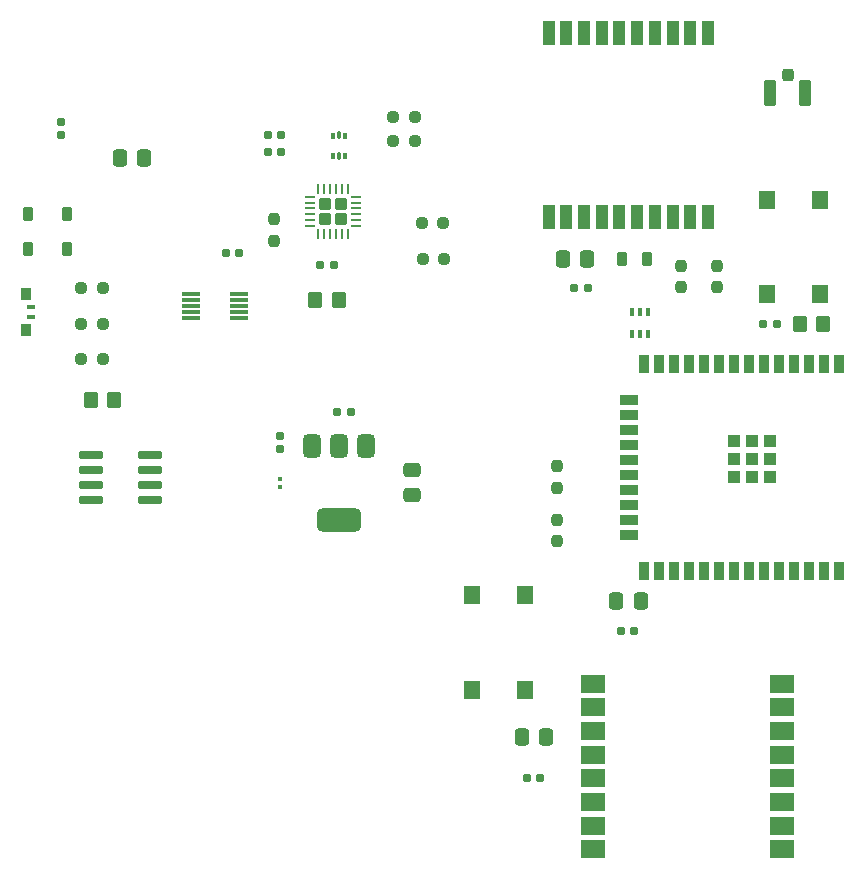
<source format=gbr>
%TF.GenerationSoftware,KiCad,Pcbnew,8.0.4*%
%TF.CreationDate,2024-11-13T20:29:26+01:00*%
%TF.ProjectId,plant,706c616e-742e-46b6-9963-61645f706362,rev?*%
%TF.SameCoordinates,Original*%
%TF.FileFunction,Paste,Top*%
%TF.FilePolarity,Positive*%
%FSLAX46Y46*%
G04 Gerber Fmt 4.6, Leading zero omitted, Abs format (unit mm)*
G04 Created by KiCad (PCBNEW 8.0.4) date 2024-11-13 20:29:26*
%MOMM*%
%LPD*%
G01*
G04 APERTURE LIST*
G04 Aperture macros list*
%AMRoundRect*
0 Rectangle with rounded corners*
0 $1 Rounding radius*
0 $2 $3 $4 $5 $6 $7 $8 $9 X,Y pos of 4 corners*
0 Add a 4 corners polygon primitive as box body*
4,1,4,$2,$3,$4,$5,$6,$7,$8,$9,$2,$3,0*
0 Add four circle primitives for the rounded corners*
1,1,$1+$1,$2,$3*
1,1,$1+$1,$4,$5*
1,1,$1+$1,$6,$7*
1,1,$1+$1,$8,$9*
0 Add four rect primitives between the rounded corners*
20,1,$1+$1,$2,$3,$4,$5,0*
20,1,$1+$1,$4,$5,$6,$7,0*
20,1,$1+$1,$6,$7,$8,$9,0*
20,1,$1+$1,$8,$9,$2,$3,0*%
G04 Aperture macros list end*
%ADD10R,1.512799X0.330200*%
%ADD11R,0.990600X2.006600*%
%ADD12RoundRect,0.225000X-0.225000X-0.375000X0.225000X-0.375000X0.225000X0.375000X-0.225000X0.375000X0*%
%ADD13RoundRect,0.237500X-0.250000X-0.237500X0.250000X-0.237500X0.250000X0.237500X-0.250000X0.237500X0*%
%ADD14RoundRect,0.250000X0.350000X0.450000X-0.350000X0.450000X-0.350000X-0.450000X0.350000X-0.450000X0*%
%ADD15RoundRect,0.250000X-0.250000X0.275000X-0.250000X-0.275000X0.250000X-0.275000X0.250000X0.275000X0*%
%ADD16RoundRect,0.250000X-0.275000X0.850000X-0.275000X-0.850000X0.275000X-0.850000X0.275000X0.850000X0*%
%ADD17R,0.900000X1.000000*%
%ADD18R,0.800000X0.400000*%
%ADD19RoundRect,0.237500X0.237500X-0.250000X0.237500X0.250000X-0.237500X0.250000X-0.237500X-0.250000X0*%
%ADD20RoundRect,0.155000X0.212500X0.155000X-0.212500X0.155000X-0.212500X-0.155000X0.212500X-0.155000X0*%
%ADD21RoundRect,0.237500X-0.237500X0.250000X-0.237500X-0.250000X0.237500X-0.250000X0.237500X0.250000X0*%
%ADD22RoundRect,0.218750X-0.218750X-0.381250X0.218750X-0.381250X0.218750X0.381250X-0.218750X0.381250X0*%
%ADD23RoundRect,0.375000X-0.375000X0.625000X-0.375000X-0.625000X0.375000X-0.625000X0.375000X0.625000X0*%
%ADD24RoundRect,0.500000X-1.400000X0.500000X-1.400000X-0.500000X1.400000X-0.500000X1.400000X0.500000X0*%
%ADD25R,1.400000X1.600000*%
%ADD26RoundRect,0.250000X-0.337500X-0.475000X0.337500X-0.475000X0.337500X0.475000X-0.337500X0.475000X0*%
%ADD27RoundRect,0.250000X-0.275000X0.275000X-0.275000X-0.275000X0.275000X-0.275000X0.275000X0.275000X0*%
%ADD28RoundRect,0.062500X-0.062500X0.350000X-0.062500X-0.350000X0.062500X-0.350000X0.062500X0.350000X0*%
%ADD29RoundRect,0.062500X-0.350000X0.062500X-0.350000X-0.062500X0.350000X-0.062500X0.350000X0.062500X0*%
%ADD30RoundRect,0.093750X0.093750X-0.156250X0.093750X0.156250X-0.093750X0.156250X-0.093750X-0.156250X0*%
%ADD31RoundRect,0.075000X0.075000X-0.250000X0.075000X0.250000X-0.075000X0.250000X-0.075000X-0.250000X0*%
%ADD32RoundRect,0.155000X-0.212500X-0.155000X0.212500X-0.155000X0.212500X0.155000X-0.212500X0.155000X0*%
%ADD33RoundRect,0.250000X0.337500X0.475000X-0.337500X0.475000X-0.337500X-0.475000X0.337500X-0.475000X0*%
%ADD34RoundRect,0.075000X-0.910000X-0.225000X0.910000X-0.225000X0.910000X0.225000X-0.910000X0.225000X0*%
%ADD35RoundRect,0.100000X0.100000X-0.225000X0.100000X0.225000X-0.100000X0.225000X-0.100000X-0.225000X0*%
%ADD36RoundRect,0.155000X0.155000X-0.212500X0.155000X0.212500X-0.155000X0.212500X-0.155000X-0.212500X0*%
%ADD37R,2.000000X1.500000*%
%ADD38RoundRect,0.237500X0.250000X0.237500X-0.250000X0.237500X-0.250000X-0.237500X0.250000X-0.237500X0*%
%ADD39RoundRect,0.250000X0.475000X-0.337500X0.475000X0.337500X-0.475000X0.337500X-0.475000X-0.337500X0*%
%ADD40R,0.900000X1.500000*%
%ADD41R,1.500000X0.900000*%
%ADD42R,1.050000X1.050000*%
%ADD43RoundRect,0.155000X-0.155000X0.212500X-0.155000X-0.212500X0.155000X-0.212500X0.155000X0.212500X0*%
%ADD44RoundRect,0.250000X-0.350000X-0.450000X0.350000X-0.450000X0.350000X0.450000X-0.350000X0.450000X0*%
%ADD45RoundRect,0.079500X-0.100500X0.079500X-0.100500X-0.079500X0.100500X-0.079500X0.100500X0.079500X0*%
G04 APERTURE END LIST*
D10*
%TO.C,U6*%
X68161550Y-51293749D03*
X68161550Y-51793751D03*
X68161550Y-52293750D03*
X68161550Y-52793749D03*
X68161550Y-53293751D03*
X72250950Y-53293751D03*
X72250950Y-52793749D03*
X72250950Y-52293750D03*
X72250950Y-51793751D03*
X72250950Y-51293749D03*
%TD*%
D11*
%TO.C,U4*%
X98456251Y-44793750D03*
X99956250Y-44793750D03*
X101456250Y-44793750D03*
X102956249Y-44793750D03*
X104456249Y-44793750D03*
X105956248Y-44793750D03*
X107456251Y-44793750D03*
X108956250Y-44793750D03*
X110456250Y-44793750D03*
X111956249Y-44793750D03*
X111956249Y-29193750D03*
X110456250Y-29193750D03*
X108956250Y-29193750D03*
X107456251Y-29193750D03*
X105956251Y-29193750D03*
X104456252Y-29193750D03*
X102956249Y-29193750D03*
X101456250Y-29193750D03*
X99956250Y-29193750D03*
X98456251Y-29193750D03*
%TD*%
D12*
%TO.C,D2*%
X54350000Y-47500000D03*
X57650000Y-47500000D03*
%TD*%
D13*
%TO.C,R10*%
X58881250Y-50793750D03*
X60706250Y-50793750D03*
%TD*%
D14*
%TO.C,R1*%
X121706250Y-53793750D03*
X119706250Y-53793750D03*
%TD*%
D15*
%TO.C,J5*%
X118706250Y-32743750D03*
D16*
X120181250Y-34268750D03*
X117231250Y-34268750D03*
%TD*%
D17*
%TO.C,D3*%
X54206250Y-54293750D03*
X54206250Y-51293750D03*
D18*
X54656250Y-52393750D03*
X54656250Y-53193750D03*
%TD*%
D19*
%TO.C,R14*%
X99206250Y-72206250D03*
X99206250Y-70381250D03*
%TD*%
D20*
%TO.C,C11*%
X72273750Y-47793750D03*
X71138750Y-47793750D03*
%TD*%
D21*
%TO.C,R6*%
X75206250Y-44968750D03*
X75206250Y-46793750D03*
%TD*%
D22*
%TO.C,FB1*%
X104643750Y-48293750D03*
X106768750Y-48293750D03*
%TD*%
D20*
%TO.C,C6*%
X101773750Y-50793750D03*
X100638750Y-50793750D03*
%TD*%
D13*
%TO.C,R7*%
X87706250Y-45293750D03*
X89531250Y-45293750D03*
%TD*%
D21*
%TO.C,R15*%
X99206250Y-65881250D03*
X99206250Y-67706250D03*
%TD*%
D23*
%TO.C,U8*%
X83006250Y-64143750D03*
X80706250Y-64143750D03*
D24*
X80706250Y-70443750D03*
D23*
X78406250Y-64143750D03*
%TD*%
D25*
%TO.C,SW3*%
X96456250Y-76793750D03*
X96456250Y-84793750D03*
X91956250Y-76793750D03*
X91956250Y-84793750D03*
%TD*%
D26*
%TO.C,C15*%
X62168750Y-39793750D03*
X64243750Y-39793750D03*
%TD*%
D27*
%TO.C,U1*%
X80856250Y-43643750D03*
X79556250Y-43643750D03*
X80856250Y-44943750D03*
X79556250Y-44943750D03*
D28*
X81456250Y-42356250D03*
X80956250Y-42356250D03*
X80456250Y-42356250D03*
X79956250Y-42356250D03*
X79456250Y-42356250D03*
X78956250Y-42356250D03*
D29*
X78268750Y-43043750D03*
X78268750Y-43543750D03*
X78268750Y-44043750D03*
X78268750Y-44543750D03*
X78268750Y-45043750D03*
X78268750Y-45543750D03*
D28*
X78956250Y-46231250D03*
X79456250Y-46231250D03*
X79956250Y-46231250D03*
X80456250Y-46231250D03*
X80956250Y-46231250D03*
X81456250Y-46231250D03*
D29*
X82143750Y-45543750D03*
X82143750Y-45043750D03*
X82143750Y-44543750D03*
X82143750Y-44043750D03*
X82143750Y-43543750D03*
X82143750Y-43043750D03*
%TD*%
D20*
%TO.C,C12*%
X80273750Y-48793750D03*
X79138750Y-48793750D03*
%TD*%
D30*
%TO.C,U5*%
X80168750Y-39568750D03*
D31*
X80706250Y-39643750D03*
D30*
X81243750Y-39568750D03*
X81243750Y-37868750D03*
D31*
X80706250Y-37793750D03*
D30*
X80168750Y-37868750D03*
%TD*%
D32*
%TO.C,C17*%
X80571250Y-61293750D03*
X81706250Y-61293750D03*
%TD*%
D20*
%TO.C,C7*%
X105706250Y-79793750D03*
X104571250Y-79793750D03*
%TD*%
D33*
%TO.C,C8*%
X106243750Y-77293750D03*
X104168750Y-77293750D03*
%TD*%
D34*
%TO.C,Q2*%
X59731250Y-64888750D03*
X59731250Y-66158750D03*
X59731250Y-67428750D03*
X59731250Y-68698750D03*
X64681250Y-68698750D03*
X64681250Y-67428750D03*
X64681250Y-66158750D03*
X64681250Y-64888750D03*
%TD*%
D35*
%TO.C,Q1*%
X105556250Y-54693750D03*
X106206250Y-54693750D03*
X106856250Y-54693750D03*
X106856250Y-52793750D03*
X106206250Y-52793750D03*
X105556250Y-52793750D03*
%TD*%
D36*
%TO.C,C16*%
X75706250Y-64428750D03*
X75706250Y-63293750D03*
%TD*%
D37*
%TO.C,U2*%
X102206250Y-84293750D03*
X102206250Y-86293750D03*
X102206250Y-88293750D03*
X102206250Y-90293750D03*
X102206250Y-92293750D03*
X102206250Y-94293750D03*
X102206250Y-96293750D03*
X102206250Y-98293750D03*
X118206250Y-98293750D03*
X118206250Y-96293750D03*
X118206250Y-94293750D03*
X118206250Y-92293750D03*
X118206250Y-90293750D03*
X118206250Y-88293750D03*
X118206250Y-86293750D03*
X118206250Y-84293750D03*
%TD*%
D13*
%TO.C,R11*%
X58881250Y-56793750D03*
X60706250Y-56793750D03*
%TD*%
D19*
%TO.C,R2*%
X109706250Y-50706250D03*
X109706250Y-48881250D03*
%TD*%
D25*
%TO.C,SW4*%
X116956250Y-51293750D03*
X116956250Y-43293750D03*
X121456250Y-51293750D03*
X121456250Y-43293750D03*
%TD*%
D33*
%TO.C,C1*%
X98243750Y-88793750D03*
X96168750Y-88793750D03*
%TD*%
D20*
%TO.C,C2*%
X97773750Y-92293750D03*
X96638750Y-92293750D03*
%TD*%
D33*
%TO.C,C5*%
X101743750Y-48293750D03*
X99668750Y-48293750D03*
%TD*%
D38*
%TO.C,R4*%
X87118750Y-36293750D03*
X85293750Y-36293750D03*
%TD*%
D20*
%TO.C,C3*%
X117773750Y-53793750D03*
X116638750Y-53793750D03*
%TD*%
D12*
%TO.C,D1*%
X54350000Y-44500000D03*
X57650000Y-44500000D03*
%TD*%
D19*
%TO.C,R3*%
X112706250Y-50706250D03*
X112706250Y-48881250D03*
%TD*%
D39*
%TO.C,C4*%
X86871963Y-68285095D03*
X86871963Y-66210095D03*
%TD*%
D40*
%TO.C,U3*%
X123021250Y-57198750D03*
X121751250Y-57198750D03*
X120481250Y-57198750D03*
X119211250Y-57198750D03*
X117941250Y-57198750D03*
X116671250Y-57198750D03*
X115401250Y-57198750D03*
X114131250Y-57198750D03*
X112861250Y-57198750D03*
X111591250Y-57198750D03*
X110321250Y-57198750D03*
X109051250Y-57198750D03*
X107781250Y-57198750D03*
X106511250Y-57198750D03*
D41*
X105261250Y-60238750D03*
X105261250Y-61508750D03*
X105261250Y-62778750D03*
X105261250Y-64048750D03*
X105261250Y-65318750D03*
X105261250Y-66588750D03*
X105261250Y-67858750D03*
X105261250Y-69128750D03*
X105261250Y-70398750D03*
X105261250Y-71668750D03*
D40*
X106511250Y-74698750D03*
X107781250Y-74698750D03*
X109051250Y-74698750D03*
X110321250Y-74698750D03*
X111591250Y-74698750D03*
X112861250Y-74698750D03*
X114131250Y-74698750D03*
X115401250Y-74698750D03*
X116671250Y-74698750D03*
X117941250Y-74698750D03*
X119211250Y-74698750D03*
X120481250Y-74698750D03*
X121751250Y-74698750D03*
X123021250Y-74698750D03*
D42*
X117206250Y-63743750D03*
X115681250Y-63743750D03*
X114156250Y-63743750D03*
X117206250Y-65268750D03*
X115681250Y-65268750D03*
X114156250Y-65268750D03*
X117206250Y-66793750D03*
X115681250Y-66793750D03*
X114156250Y-66793750D03*
%TD*%
D13*
%TO.C,R9*%
X58881250Y-53793750D03*
X60706250Y-53793750D03*
%TD*%
D20*
%TO.C,C10*%
X75841250Y-39293750D03*
X74706250Y-39293750D03*
%TD*%
D43*
%TO.C,C13*%
X57206250Y-36726250D03*
X57206250Y-37861250D03*
%TD*%
D13*
%TO.C,R5*%
X85293750Y-38293750D03*
X87118750Y-38293750D03*
%TD*%
%TO.C,R8*%
X87793750Y-48293750D03*
X89618750Y-48293750D03*
%TD*%
D20*
%TO.C,C9*%
X75841250Y-37793750D03*
X74706250Y-37793750D03*
%TD*%
D44*
%TO.C,R13*%
X78706250Y-51793750D03*
X80706250Y-51793750D03*
%TD*%
D45*
%TO.C,D4*%
X75706250Y-66948750D03*
X75706250Y-67638750D03*
%TD*%
D44*
%TO.C,R12*%
X59706250Y-60293750D03*
X61706250Y-60293750D03*
%TD*%
M02*

</source>
